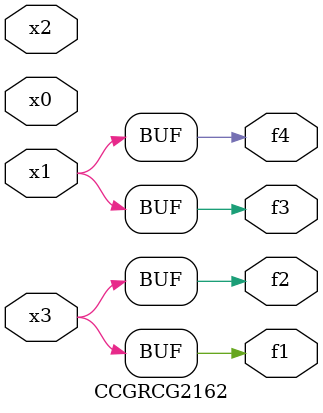
<source format=v>
module CCGRCG2162(
	input x0, x1, x2, x3,
	output f1, f2, f3, f4
);
	assign f1 = x3;
	assign f2 = x3;
	assign f3 = x1;
	assign f4 = x1;
endmodule

</source>
